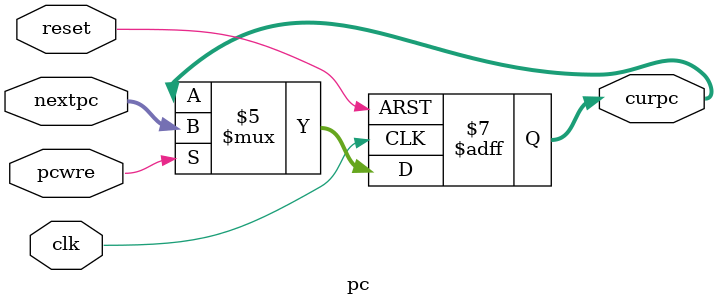
<source format=v>
`timescale 1ns / 1ps


module pc(
    input clk,
    input reset,
    input pcwre,
    input[31:0] nextpc,
    output reg[31:0] curpc
);

    initial begin
        curpc <= 0;
    end
    
    always@(posedge clk or negedge reset) begin
        if(reset==0) begin
            curpc <= 0;
         end
        else begin
            if ( pcwre ) begin  //pcÐ´Ê¹ÄÜ
                curpc <= nextpc;
            end
            else begin
                curpc <= curpc;
            end
        end
    end

endmodule

</source>
